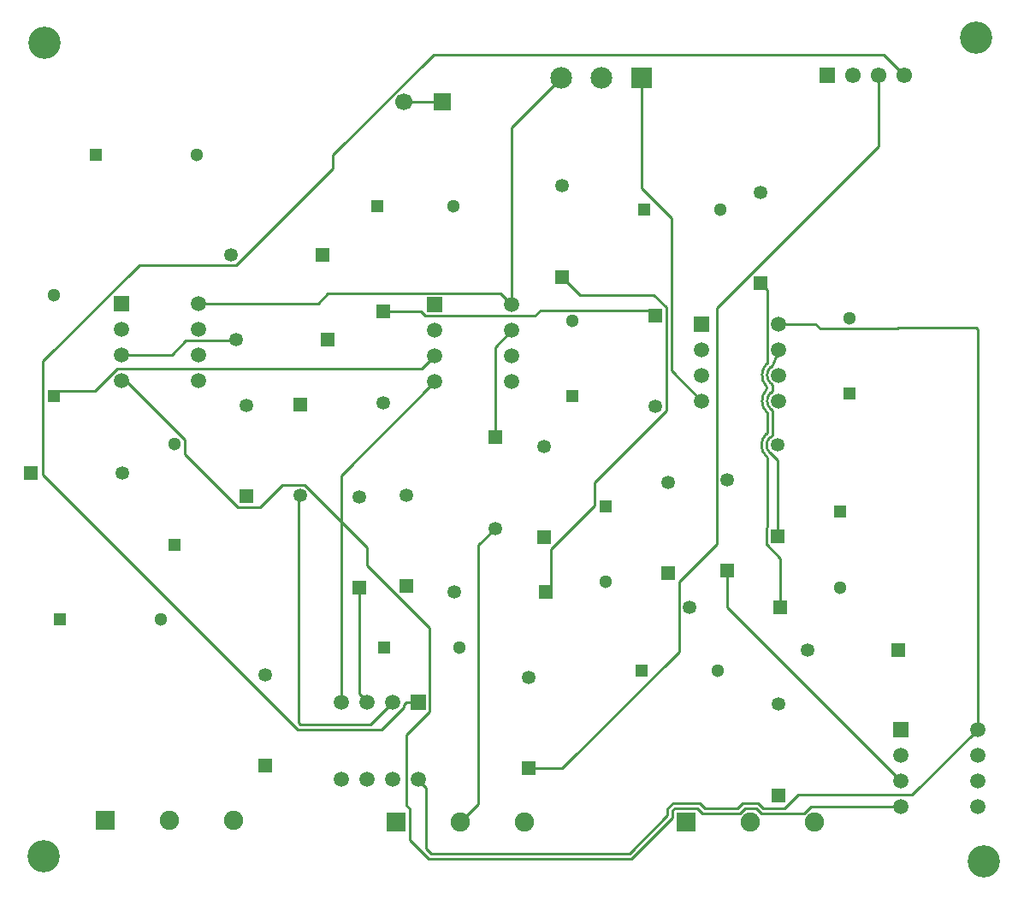
<source format=gbl>
G04*
G04 #@! TF.GenerationSoftware,Altium Limited,Altium Designer,25.2.1 (25)*
G04*
G04 Layer_Physical_Order=2*
G04 Layer_Color=16711680*
%FSLAX25Y25*%
%MOIN*%
G70*
G04*
G04 #@! TF.SameCoordinates,6179F1C6-3400-403E-8A66-77286E143B23*
G04*
G04*
G04 #@! TF.FilePolarity,Positive*
G04*
G01*
G75*
%ADD13C,0.01000*%
%ADD19C,0.05118*%
%ADD20R,0.05118X0.05118*%
%ADD22R,0.05118X0.05118*%
%ADD32C,0.12598*%
%ADD33R,0.05315X0.05315*%
%ADD34C,0.05315*%
%ADD35R,0.05906X0.05906*%
%ADD36C,0.05906*%
%ADD37R,0.05315X0.05315*%
%ADD38R,0.05906X0.05906*%
%ADD39C,0.06693*%
%ADD40R,0.06693X0.06693*%
%ADD41R,0.06102X0.06102*%
%ADD42C,0.06102*%
%ADD43C,0.08465*%
%ADD44R,0.08465X0.08465*%
%ADD45C,0.07480*%
%ADD46R,0.07480X0.07480*%
D13*
X394108Y287203D02*
G03*
X394107Y281230I2892J-2987D01*
G01*
X394418Y298286D02*
G03*
X394403Y298300I-1418J-1410D01*
G01*
X392703Y288627D02*
G03*
X392707Y288631I-703J711D01*
G01*
X394404Y314700D02*
G03*
X394403Y308300I3096J-3200D01*
G01*
X394354Y304651D02*
G03*
X394403Y298300I3146J-3151D01*
G01*
X393000Y316125D02*
G03*
X392718Y307168I4500J-4625D01*
G01*
X392718Y305832D02*
G03*
X393000Y296875I4782J-4332D01*
G01*
X392718Y305832D02*
G03*
X392718Y307168I-744J668D01*
G01*
X392707Y279802D02*
G03*
X392704Y279805I-707J-707D01*
G01*
X392703Y288627D02*
G03*
X392704Y279805I4297J-4410D01*
G01*
X394404Y314700D02*
G03*
X394414Y314710I-1404J1425D01*
G01*
X394118Y281220D02*
G03*
X394107Y281230I-1414J-1414D01*
G01*
X223851Y397205D02*
X263146Y436500D01*
X438500D02*
X446500Y428500D01*
X263146Y436500D02*
X438500D01*
X394108Y287203D02*
X395000Y288095D01*
X394354Y304651D02*
X394973Y305270D01*
X394403Y298300D02*
X394403Y298300D01*
X394118Y281220D02*
X395000Y280338D01*
Y315296D02*
X397500Y321500D01*
X394973Y305270D02*
Y307730D01*
X392843Y245505D02*
Y252062D01*
X394107Y281230D02*
X394107Y281230D01*
X394418Y298286D02*
X395000Y297704D01*
Y288095D02*
Y297704D01*
X394414Y314710D02*
X395000Y315296D01*
X390500Y347284D02*
X393000Y344783D01*
X392843Y245505D02*
X393135Y245212D01*
X393000Y252220D02*
Y279509D01*
Y288924D02*
Y296875D01*
X392707Y288631D02*
X393000Y288924D01*
X392707Y279802D02*
X393000Y279509D01*
X393135Y245212D02*
X398217Y240131D01*
X394404Y314700D02*
X394404Y314700D01*
X394403Y308300D02*
X394973Y307730D01*
X397000Y248783D02*
Y278337D01*
X392843Y252062D02*
X393000Y252220D01*
Y316125D02*
Y344783D01*
X395000Y280338D02*
X397000Y278337D01*
X251500Y418000D02*
X266500D01*
X141500Y309500D02*
X142439Y308561D01*
X143864D01*
X166059Y286366D01*
Y280788D02*
Y286366D01*
Y280788D02*
X186721Y260126D01*
X195422D01*
X204021Y268724D01*
X212722D01*
X237087Y244359D01*
Y237260D02*
Y244359D01*
Y237260D02*
X261453Y212894D01*
Y180426D02*
Y212894D01*
X252547Y171520D02*
X261453Y180426D01*
X252547Y143777D02*
Y171520D01*
Y143777D02*
X253740Y142584D01*
Y130517D02*
Y142584D01*
Y130517D02*
X261257Y123000D01*
X340227D01*
X356260Y139033D01*
Y141861D01*
X357138Y142740D01*
X365862D01*
X367862Y140740D01*
X382330D01*
X384330Y142740D01*
X388670D01*
X390670Y140740D01*
X407330D01*
X410089Y143500D01*
X445000D01*
X354260Y139862D02*
Y142690D01*
X389499Y144740D02*
X391499Y142740D01*
X383501Y144740D02*
X389499D01*
X381501Y142740D02*
X383501Y144740D01*
X391499Y142740D02*
X399893D01*
X366690Y144740D02*
X368690Y142740D01*
X356310Y144740D02*
X366690D01*
X339398Y125000D02*
X354260Y139862D01*
X368690Y142740D02*
X381501D01*
X354260Y142690D02*
X356310Y144740D01*
X110941Y272816D02*
X210257Y173500D01*
X260012Y127074D02*
Y150715D01*
X139656Y313953D02*
X258453D01*
X262086Y125000D02*
X339398D01*
X131077Y305374D02*
X139656Y313953D01*
X260012Y127074D02*
X262086Y125000D01*
X117059Y305374D02*
X131077D01*
X110941Y316968D02*
X148316Y354343D01*
X115000Y302500D02*
Y303315D01*
X110941Y272816D02*
Y316968D01*
X258453Y313953D02*
X263500Y319000D01*
X257000Y153727D02*
Y154000D01*
Y153727D02*
X260012Y150715D01*
X115000Y303315D02*
X117059Y305374D01*
X348842Y342811D02*
X353658Y337995D01*
X355658Y313342D02*
Y372818D01*
X353658Y297561D02*
Y337995D01*
X313000Y349783D02*
X319973Y342811D01*
X348842D01*
X304772Y336823D02*
X347394D01*
X349500Y334717D01*
X302496Y334547D02*
X304772Y336823D01*
X259926Y334547D02*
X302496D01*
X355658Y313342D02*
X367500Y301500D01*
X344091Y384385D02*
X355658Y372818D01*
X344091Y384385D02*
Y427500D01*
X399893Y142740D02*
X405106Y147953D01*
X449453D01*
X475000Y173500D01*
X273500Y137500D02*
X280457Y144457D01*
Y245241D01*
X227000Y184000D02*
Y272500D01*
X397500Y331500D02*
X411857D01*
X413652Y329705D01*
X443843D01*
X444224Y330086D01*
X474414D01*
X475000Y329500D01*
Y173500D02*
Y329500D01*
X289047Y343453D02*
X293500Y339000D01*
X221927Y343453D02*
X289047D01*
X217974Y339500D02*
X221927Y343453D01*
X171500Y339500D02*
X217974D01*
X160972Y319500D02*
X166519Y325047D01*
X185831D01*
X186284Y325500D01*
X252547Y184000D02*
X257000D01*
X251453Y182905D02*
X252547Y184000D01*
X251453Y182156D02*
Y182905D01*
X242797Y173500D02*
X251453Y182156D01*
X210257Y173500D02*
X242797D01*
X148316Y354343D02*
X186005D01*
X223851Y392188D01*
Y397205D01*
X308874Y243721D02*
X325941Y260788D01*
Y269845D01*
X308874Y229157D02*
Y243721D01*
X306716Y227000D02*
X308874Y229157D01*
X325941Y269845D02*
X353658Y297561D01*
X373342Y245690D02*
Y337562D01*
X398217Y221000D02*
Y240131D01*
X436500Y400720D02*
Y428500D01*
X373342Y337562D02*
X436500Y400720D01*
X358626Y230973D02*
X373342Y245690D01*
X358626Y203650D02*
Y230973D01*
X313259Y158283D02*
X358626Y203650D01*
X300000Y158283D02*
X313259D01*
X227000Y272500D02*
X263500Y309000D01*
X293500Y339000D02*
Y408090D01*
X312910Y427500D01*
X280457Y245241D02*
X287000Y251783D01*
X237000Y184000D02*
Y184297D01*
X234000Y187297D02*
X237000Y184297D01*
X234000Y187297D02*
Y228567D01*
X210500Y264067D02*
X211000Y264567D01*
X210500Y176086D02*
Y264067D01*
Y176086D02*
X211086Y175500D01*
X238500D01*
X247000Y184000D01*
X377500Y221000D02*
Y235283D01*
Y221000D02*
X445000Y153500D01*
X287000Y287216D02*
Y322500D01*
X293500Y329000D01*
X258257Y336216D02*
X259926Y334547D01*
X243500Y336216D02*
X258257D01*
X141500Y319500D02*
X160972D01*
D19*
X162000Y284685D02*
D03*
X156685Y216500D02*
D03*
X115000Y342685D02*
D03*
X170685Y397500D02*
D03*
X421500Y228736D02*
D03*
X373764Y196500D02*
D03*
X270764Y377500D02*
D03*
X317000Y332764D02*
D03*
X330000Y230972D02*
D03*
X273264Y205500D02*
D03*
X425000Y333764D02*
D03*
X374764Y376000D02*
D03*
D20*
X162000Y245315D02*
D03*
X115000Y303315D02*
D03*
X421500Y258264D02*
D03*
X317000Y303236D02*
D03*
X330000Y260500D02*
D03*
X425000Y304236D02*
D03*
D22*
X117315Y216500D02*
D03*
X131315Y397500D02*
D03*
X344236Y196500D02*
D03*
X241236Y377500D02*
D03*
X243736Y205500D02*
D03*
X345236Y376000D02*
D03*
D32*
X111500Y441000D02*
D03*
X474500Y443000D02*
D03*
X111000Y124000D02*
D03*
X477500Y122000D02*
D03*
D33*
X377500Y235283D02*
D03*
X197500Y159283D02*
D03*
X211000Y300000D02*
D03*
X234000Y228567D02*
D03*
X252500Y229283D02*
D03*
X243500Y336216D02*
D03*
X300000Y158283D02*
D03*
X287000Y287216D02*
D03*
X313000Y349783D02*
D03*
X190000Y264283D02*
D03*
X306000Y248284D02*
D03*
X397000Y248783D02*
D03*
X390500Y347284D02*
D03*
X397500Y147784D02*
D03*
X349500Y334717D02*
D03*
X354500Y234283D02*
D03*
D34*
X377500Y270717D02*
D03*
X141717Y273500D02*
D03*
X184283Y358500D02*
D03*
X186284Y325500D02*
D03*
X197500Y194717D02*
D03*
X211000Y264567D02*
D03*
X234000Y264000D02*
D03*
X252500Y264717D02*
D03*
X243500Y300783D02*
D03*
X300000Y193717D02*
D03*
X271284Y227000D02*
D03*
X287000Y251783D02*
D03*
X313000Y385216D02*
D03*
X190000Y299716D02*
D03*
X306000Y283717D02*
D03*
X397000Y284216D02*
D03*
X390500Y382716D02*
D03*
X408783Y204500D02*
D03*
X362784Y221000D02*
D03*
X397500Y183217D02*
D03*
X349500Y299284D02*
D03*
X354500Y269717D02*
D03*
D35*
X445000Y173500D02*
D03*
X141500Y339500D02*
D03*
X263500Y339000D02*
D03*
X367500Y331500D02*
D03*
D36*
X445000Y163500D02*
D03*
Y153500D02*
D03*
Y143500D02*
D03*
X475000Y173500D02*
D03*
Y163500D02*
D03*
Y153500D02*
D03*
Y143500D02*
D03*
X247000Y184000D02*
D03*
X237000D02*
D03*
X227000D02*
D03*
X257000Y154000D02*
D03*
X247000D02*
D03*
X237000D02*
D03*
X227000D02*
D03*
X141500Y329500D02*
D03*
Y319500D02*
D03*
Y309500D02*
D03*
X171500Y339500D02*
D03*
Y329500D02*
D03*
Y319500D02*
D03*
Y309500D02*
D03*
X263500Y329000D02*
D03*
Y319000D02*
D03*
Y309000D02*
D03*
X293500Y339000D02*
D03*
Y329000D02*
D03*
Y319000D02*
D03*
Y309000D02*
D03*
X367500Y321500D02*
D03*
Y311500D02*
D03*
Y301500D02*
D03*
X397500Y331500D02*
D03*
Y321500D02*
D03*
Y311500D02*
D03*
Y301500D02*
D03*
D37*
X106283Y273500D02*
D03*
X219717Y358500D02*
D03*
X221716Y325500D02*
D03*
X306716Y227000D02*
D03*
X444216Y204500D02*
D03*
X398217Y221000D02*
D03*
D38*
X257000Y184000D02*
D03*
D39*
X251500Y418000D02*
D03*
D40*
X266500D02*
D03*
D41*
X416500Y428500D02*
D03*
D42*
X426500D02*
D03*
X436500D02*
D03*
X446500D02*
D03*
D43*
X312910Y427500D02*
D03*
X328500D02*
D03*
D44*
X344091D02*
D03*
D45*
X160000Y138000D02*
D03*
X185000D02*
D03*
X273500Y137500D02*
D03*
X298500D02*
D03*
X386500D02*
D03*
X411500D02*
D03*
D46*
X135000Y138000D02*
D03*
X248500Y137500D02*
D03*
X361500D02*
D03*
M02*

</source>
